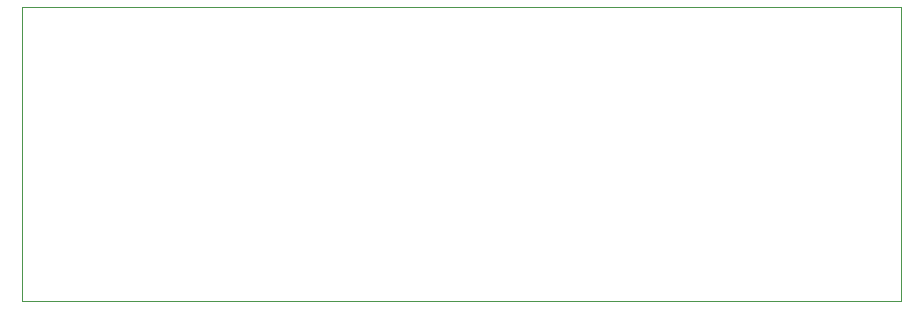
<source format=gm1>
G04 #@! TF.GenerationSoftware,KiCad,Pcbnew,(6.0.6)*
G04 #@! TF.CreationDate,2022-07-31T00:45:43+09:00*
G04 #@! TF.ProjectId,mt_pmodsma,6d745f70-6d6f-4647-936d-612e6b696361,rev?*
G04 #@! TF.SameCoordinates,Original*
G04 #@! TF.FileFunction,Profile,NP*
%FSLAX46Y46*%
G04 Gerber Fmt 4.6, Leading zero omitted, Abs format (unit mm)*
G04 Created by KiCad (PCBNEW (6.0.6)) date 2022-07-31 00:45:43*
%MOMM*%
%LPD*%
G01*
G04 APERTURE LIST*
G04 #@! TA.AperFunction,Profile*
%ADD10C,0.050000*%
G04 #@! TD*
G04 APERTURE END LIST*
D10*
X76200000Y-99314000D02*
X80010000Y-99314000D01*
X76200000Y-124206000D02*
X76200000Y-99314000D01*
X150622000Y-124206000D02*
X76200000Y-124206000D01*
X80010000Y-99314000D02*
X150622000Y-99314000D01*
X150622000Y-99314000D02*
X150622000Y-124206000D01*
M02*

</source>
